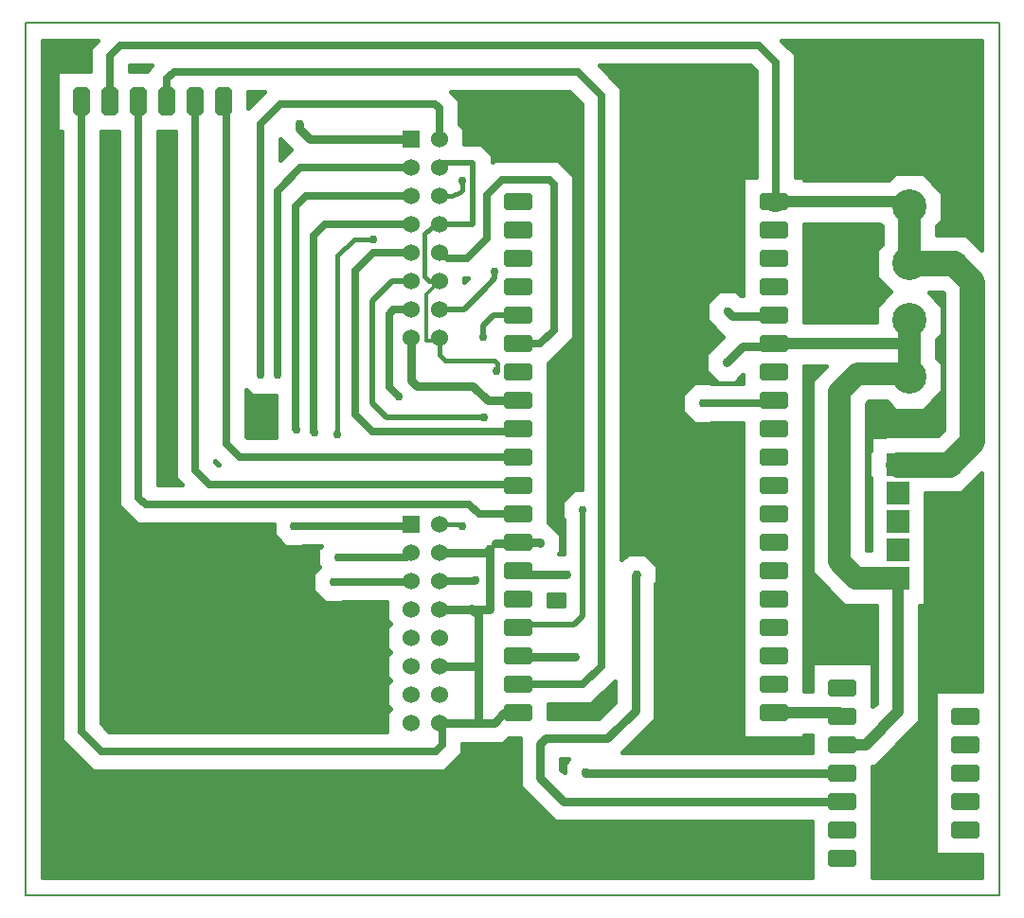
<source format=gbr>
G04 PROTEUS GERBER X2 FILE*
%TF.GenerationSoftware,Labcenter,Proteus,8.9-SP0-Build27865*%
%TF.CreationDate,2020-11-24T08:56:55+00:00*%
%TF.FileFunction,Copper,L2,Bot*%
%TF.FilePolarity,Positive*%
%TF.Part,Single*%
%TF.SameCoordinates,{ee39a552-392a-4f40-a773-eadb6806b216}*%
%FSLAX45Y45*%
%MOMM*%
G01*
%TA.AperFunction,Conductor*%
%ADD10C,0.381000*%
%ADD11C,0.762000*%
%ADD13C,0.635000*%
%ADD22C,2.032000*%
%ADD23C,1.016000*%
%ADD24C,1.778000*%
%ADD12C,0.508000*%
%ADD25C,2.286000*%
%ADD26C,0.304800*%
%TA.AperFunction,ViaPad*%
%ADD14C,0.762000*%
%TA.AperFunction,WasherPad*%
%ADD16R,1.524000X1.524000*%
%ADD17C,1.524000*%
%AMPPAD008*
4,1,36,
-0.965200,0.762000,
0.965200,0.762000,
1.027520,0.755940,
1.085160,0.738490,
1.136980,0.710770,
1.181890,0.673890,
1.218760,0.628980,
1.246480,0.577160,
1.263930,0.519520,
1.270000,0.457200,
1.270000,-0.457200,
1.263930,-0.519520,
1.246480,-0.577160,
1.218760,-0.628980,
1.181890,-0.673890,
1.136980,-0.710770,
1.085160,-0.738490,
1.027520,-0.755940,
0.965200,-0.762000,
-0.965200,-0.762000,
-1.027520,-0.755940,
-1.085160,-0.738490,
-1.136980,-0.710770,
-1.181890,-0.673890,
-1.218760,-0.628980,
-1.246480,-0.577160,
-1.263930,-0.519520,
-1.270000,-0.457200,
-1.270000,0.457200,
-1.263930,0.519520,
-1.246480,0.577160,
-1.218760,0.628980,
-1.181890,0.673890,
-1.136980,0.710770,
-1.085160,0.738490,
-1.027520,0.755940,
-0.965200,0.762000,
0*%
%TA.AperFunction,ComponentPad*%
%ADD18PPAD008*%
%AMDIL009*
4,1,8,
-0.762000,0.965200,-0.457200,1.270000,0.457200,1.270000,0.762000,0.965200,0.762000,-0.965200,
0.457200,-1.270000,-0.457200,-1.270000,-0.762000,-0.965200,-0.762000,0.965200,
0*%
%TA.AperFunction,ComponentPad*%
%ADD19DIL009*%
%TA.AperFunction,ComponentPad*%
%ADD70R,2.032000X2.032000*%
%TA.AperFunction,ComponentPad*%
%ADD71C,3.048000*%
%TA.AperFunction,Profile*%
%ADD20C,0.203200*%
%TD.AperFunction*%
G36*
X-756210Y-575602D02*
X-892161Y-439651D01*
X-1152351Y-439651D01*
X-1152351Y-366422D01*
X-1101551Y-315622D01*
X-1101551Y-68378D01*
X-1276378Y+106449D01*
X-1523622Y+106449D01*
X-1583222Y+46849D01*
X-2340951Y+46849D01*
X-2340951Y+72249D01*
X-2419892Y+72249D01*
X-2419892Y+1171335D01*
X-2542347Y+1293790D01*
X-756210Y+1293790D01*
X-756210Y-575602D01*
G37*
G36*
X-756210Y-4527751D02*
X-1173049Y-4527751D01*
X-1173049Y-5988249D01*
X-756210Y-5988249D01*
X-756210Y-6193790D01*
X-1726951Y-6193790D01*
X-1726951Y-5200849D01*
X-1708324Y-5200849D01*
X-1303151Y-4795676D01*
X-1303151Y-3759649D01*
X-1252351Y-3759649D01*
X-1252351Y-2756349D01*
X-933773Y-2756349D01*
X-756210Y-2578786D01*
X-756210Y-4527751D01*
G37*
G36*
X-8671722Y+1279722D02*
X-8723799Y+1227645D01*
X-8723799Y+1023049D01*
X-9022249Y+1023049D01*
X-9022249Y+476951D01*
X-8977799Y+476951D01*
X-8977799Y-4961146D01*
X-8698965Y-5239980D01*
X-5557441Y-5239980D01*
X-5397667Y-5080206D01*
X-5397667Y-4996149D01*
X-5035723Y-4996149D01*
X-4983823Y-4944249D01*
X-4884149Y-4944249D01*
X-4884149Y-5376277D01*
X-4564277Y-5696149D01*
X-2273049Y-5696149D01*
X-2273049Y-6193790D01*
X-9143790Y-6193790D01*
X-9143790Y+1293790D01*
X-8657654Y+1293790D01*
X-8671722Y+1279722D01*
G37*
G36*
X-8215799Y+1026145D02*
X-8215799Y+1023049D01*
X-8368201Y+1023049D01*
X-8368201Y+1072201D01*
X-8169743Y+1072201D01*
X-8215799Y+1026145D01*
G37*
G36*
X-7307751Y+693693D02*
X-7307751Y+838201D01*
X-7163243Y+838201D01*
X-7307751Y+693693D01*
G37*
G36*
X-6980213Y+372923D02*
X-6928750Y+321460D01*
X-7022201Y+228008D01*
X-7022201Y+414911D01*
X-6980213Y+372923D01*
G37*
G36*
X-5377751Y-863615D02*
X-5377751Y-829573D01*
X-5343709Y-829573D01*
X-5377751Y-863615D01*
G37*
G36*
X-2775490Y+1024045D02*
X-2775490Y+72249D01*
X-2887049Y+72249D01*
X-2887049Y-988641D01*
X-2909007Y-988641D01*
X-2952909Y-944739D01*
X-3105463Y-944739D01*
X-3213335Y-1052611D01*
X-3213335Y-1205165D01*
X-3064226Y-1354274D01*
X-3111734Y-1401783D01*
X-3219606Y-1509655D01*
X-3219606Y-1662209D01*
X-3111734Y-1770081D01*
X-2959180Y-1770081D01*
X-2887049Y-1697950D01*
X-2887049Y-1772201D01*
X-3167373Y-1772201D01*
X-3173723Y-1765851D01*
X-3326277Y-1765851D01*
X-3434149Y-1873723D01*
X-3434149Y-2026277D01*
X-3326277Y-2134149D01*
X-3173723Y-2134149D01*
X-3167373Y-2127799D01*
X-2887049Y-2127799D01*
X-2887049Y-4944249D01*
X-2340951Y-4944249D01*
X-2340951Y-4918849D01*
X-2273049Y-4918849D01*
X-2273049Y-5073851D01*
X-3963425Y-5073851D01*
X-3665851Y-4776277D01*
X-3665851Y-3565246D01*
X-3656203Y-3555598D01*
X-3656203Y-3403044D01*
X-3764075Y-3295172D01*
X-3916629Y-3295172D01*
X-3972201Y-3350744D01*
X-3972201Y+873645D01*
X-4170757Y+1072201D01*
X-2823646Y+1072201D01*
X-2775490Y+1024045D01*
G37*
G36*
X-1647649Y-366422D02*
X-1647649Y-525578D01*
X-1698449Y-576378D01*
X-1698449Y-823622D01*
X-1568071Y-954000D01*
X-1698449Y-1084378D01*
X-1698449Y-1223151D01*
X-2340951Y-1223151D01*
X-2340951Y-346849D01*
X-1667222Y-346849D01*
X-1647649Y-366422D01*
G37*
G36*
X-1098424Y-969764D02*
X-1098424Y-2184624D01*
X-1149451Y-2235651D01*
X-1607840Y-2235651D01*
X-1620540Y-2248351D01*
X-1747649Y-2248351D01*
X-1747649Y-2375460D01*
X-1760349Y-2388160D01*
X-1760349Y-2603840D01*
X-1747649Y-2616540D01*
X-1747649Y-3264351D01*
X-1777998Y-3264351D01*
X-1778955Y-3263394D01*
X-1778955Y-1954137D01*
X-1761082Y-1936264D01*
X-1601807Y-1936264D01*
X-1523622Y-2014449D01*
X-1276378Y-2014449D01*
X-1101551Y-1839622D01*
X-1101551Y-1592378D01*
X-1152351Y-1541578D01*
X-1152351Y-1382422D01*
X-1101551Y-1331622D01*
X-1101551Y-1084378D01*
X-1225580Y-960349D01*
X-1107839Y-960349D01*
X-1098424Y-969764D01*
G37*
G36*
X-7276277Y-1884149D02*
X-7063330Y-1884149D01*
X-7063330Y-2112434D01*
X-7063409Y-2112513D01*
X-7063409Y-2258201D01*
X-7315197Y-2258201D01*
X-7330531Y-2242867D01*
X-7330531Y-1829895D01*
X-7276277Y-1884149D01*
G37*
G36*
X-7574716Y-2501570D02*
X-7579828Y-2501570D01*
X-7606201Y-2475197D01*
X-7606201Y-2470085D01*
X-7574716Y-2501570D01*
G37*
G36*
X-7961799Y-2548842D02*
X-7961799Y-2622487D01*
X-7904585Y-2679701D01*
X-8114201Y-2679701D01*
X-8114201Y+476951D01*
X-7961799Y+476951D01*
X-7961799Y-2548842D01*
G37*
G36*
X-4327799Y+726355D02*
X-4327799Y-2720078D01*
X-4395874Y-2720078D01*
X-4503746Y-2827950D01*
X-4503746Y-2980504D01*
X-4491046Y-2993204D01*
X-4491046Y-3295172D01*
X-4534746Y-3295172D01*
X-4515851Y-3276277D01*
X-4515851Y-3123723D01*
X-4625723Y-3013851D01*
X-4626951Y-3013851D01*
X-4626951Y-1593969D01*
X-4400590Y-1367608D01*
X-4400590Y+83229D01*
X-4543084Y+225723D01*
X-5112109Y+225723D01*
X-5128551Y+209281D01*
X-5128551Y+271015D01*
X-5228985Y+371449D01*
X-5377751Y+371449D01*
X-5377751Y+504059D01*
X-5422201Y+548509D01*
X-5422201Y+762979D01*
X-5497423Y+838201D01*
X-4439645Y+838201D01*
X-4327799Y+726355D01*
G37*
G36*
X-4491046Y-3758363D02*
X-4626951Y-3758363D01*
X-4626951Y-3663470D01*
X-4491046Y-3663470D01*
X-4491046Y-3758363D01*
G37*
G36*
X-2201718Y-1676444D02*
X-2274253Y-1748979D01*
X-2274253Y-3468552D01*
X-1983156Y-3759649D01*
X-1696849Y-3759649D01*
X-1696849Y-4632602D01*
X-1726951Y-4662704D01*
X-1726951Y-4273751D01*
X-2273049Y-4273751D01*
X-2273049Y-4525151D01*
X-2340951Y-4525151D01*
X-2340951Y-1616849D01*
X-2142123Y-1616849D01*
X-2201718Y-1676444D01*
G37*
G36*
X-4034149Y-4623723D02*
X-4176277Y-4765851D01*
X-4626951Y-4765851D01*
X-4626951Y-4645799D01*
X-4244355Y-4645799D01*
X-4034149Y-4435593D01*
X-4034149Y-4623723D01*
G37*
G36*
X-8469799Y-2794000D02*
X-8469799Y-2867645D01*
X-8302145Y-3035299D01*
X-7084149Y-3035299D01*
X-7084149Y-3126277D01*
X-6976277Y-3234149D01*
X-6823723Y-3234149D01*
X-6817373Y-3227799D01*
X-6661657Y-3227799D01*
X-6687803Y-3253945D01*
X-6687803Y-3406499D01*
X-6677364Y-3416938D01*
X-6734149Y-3473723D01*
X-6734149Y-3626277D01*
X-6626277Y-3734149D01*
X-6473723Y-3734149D01*
X-6467373Y-3727799D01*
X-6076249Y-3727799D01*
X-6076249Y-3888059D01*
X-6041308Y-3923000D01*
X-6076249Y-3957941D01*
X-6076249Y-4142059D01*
X-6041308Y-4177000D01*
X-6076249Y-4211941D01*
X-6076249Y-4396059D01*
X-6041308Y-4431000D01*
X-6076249Y-4465941D01*
X-6076249Y-4650059D01*
X-6041308Y-4685000D01*
X-6076249Y-4719941D01*
X-6076249Y-4884382D01*
X-8551675Y-4884382D01*
X-8622201Y-4813856D01*
X-8622201Y+476951D01*
X-8469799Y+476951D01*
X-8469799Y-2794000D01*
G37*
G36*
X-4484149Y-5173723D02*
X-4484149Y-5255425D01*
X-4515851Y-5223723D01*
X-4515851Y-5134149D01*
X-4444575Y-5134149D01*
X-4484149Y-5173723D01*
G37*
D10*
X-5854000Y-604000D02*
X-5853999Y-604000D01*
D11*
X-5250000Y-4812000D02*
X-5112000Y-4812000D01*
X-5022000Y-4722000D01*
X-4900000Y-4722000D01*
D13*
X-5600000Y-4812000D02*
X-5584736Y-4867510D01*
X-5575466Y-4876780D01*
X-5575466Y-5006561D01*
X-5631086Y-5062181D01*
X-8625320Y-5062181D01*
X-8800000Y-4887501D01*
X-8800000Y+750000D01*
D22*
X-1400000Y-1419281D02*
X-1400000Y-1208000D01*
X-1400000Y-1716000D02*
X-1400000Y-1419281D01*
D23*
X-2614000Y-1420000D02*
X-1400719Y-1420000D01*
X-1400000Y-1419281D01*
D11*
X-5600000Y-3288000D02*
X-5272116Y-3288000D01*
X-5600000Y-4812000D02*
X-5250000Y-4812000D01*
X-5250000Y-4300000D02*
X-5254000Y-4304000D01*
X-5600000Y-4304000D01*
X-5250000Y-4812000D02*
X-5250000Y-4300000D01*
D13*
X-8292000Y+750000D02*
X-8292000Y-2794000D01*
X-8228500Y-2857500D01*
X-5334000Y-2857500D01*
X-5247500Y-2944000D01*
X-4900000Y-2944000D01*
D10*
X-5853999Y-1366000D02*
X-5854000Y-1366000D01*
X-5854000Y-96000D02*
X-5854000Y-96001D01*
D13*
X-4900000Y-2690000D02*
X-4910631Y-2679369D01*
X-7653473Y-2679369D01*
X-7784000Y-2548842D01*
X-7784000Y+750000D01*
X-4900000Y-2436000D02*
X-7388842Y-2436000D01*
X-7508330Y-2316512D01*
X-7508330Y+728330D01*
X-7530000Y+750000D01*
X-2597691Y-150000D02*
X-2597691Y+1097690D01*
X-2750001Y+1250000D01*
X-8450000Y+1250000D01*
X-8546000Y+1154000D01*
X-8546000Y+750000D01*
D23*
X-1400000Y-192000D02*
X-1442000Y-150000D01*
X-2597691Y-150000D01*
D24*
X-2614000Y-150000D02*
X-2597691Y-150000D01*
D10*
X-2614000Y-150000D02*
X-2600000Y-200000D01*
X-2597691Y-197691D01*
X-2597691Y-150000D01*
D22*
X-1400000Y-192000D02*
X-1400000Y-700000D01*
D11*
X-5854000Y+412000D02*
X-6758864Y+412000D01*
X-6850000Y+503136D01*
X-6850000Y+550000D01*
X-3029186Y-1128888D02*
X-2985284Y-1172790D01*
X-2741000Y-1172790D01*
X-2614000Y-1166000D01*
X-5300000Y-3800000D02*
X-5250000Y-3850000D01*
X-5250000Y-4300000D01*
X-5600000Y-3796000D02*
X-5588305Y-3796000D01*
X-5346000Y-3796000D01*
X-5188000Y-3288000D02*
X-5150000Y-3250000D01*
X-4900000Y-3198000D02*
X-4902000Y-3200000D01*
X-5100000Y-3200000D01*
X-5188000Y-3288000D02*
X-5272116Y-3288000D01*
X-5346000Y-3796000D02*
X-5327390Y-3796000D01*
D10*
X-5304000Y-3796000D01*
D11*
X-5315695Y-3784305D02*
X-5304000Y-3796000D01*
X-5300000Y-3800000D01*
X-5327390Y-3796000D02*
X-5315695Y-3784305D01*
X-5304000Y-3796000D02*
X-5150000Y-3796000D01*
X-5150000Y-3250000D01*
D13*
X-6503654Y-3330222D02*
X-5896222Y-3330222D01*
X-5854000Y-3288000D01*
X-5854000Y-604000D02*
X-6191999Y-604000D01*
X-6350000Y-762001D01*
X-6350000Y-2050000D01*
X-6200000Y-2200000D01*
X-5027000Y-2200000D01*
X-4900000Y-2182000D01*
D12*
X-5854000Y-858000D02*
X-6025802Y-858000D01*
X-6200000Y-1032198D01*
X-6200000Y-1950000D01*
X-6074099Y-2075901D01*
X-5205431Y-2075901D01*
X-5211703Y-1354666D02*
X-5211703Y-1254320D01*
X-5117629Y-1160246D01*
X-4905754Y-1160246D01*
X-4900000Y-1166000D01*
D11*
X-5854000Y-1366000D02*
X-5854000Y-1750000D01*
X-5800199Y-1800000D01*
X-5300000Y-1800000D01*
X-5172000Y-1928000D01*
X-4900000Y-1928000D01*
D10*
X-5600000Y-858000D02*
X-5692000Y-858000D01*
X-5732246Y-817754D01*
X-5732246Y-438229D01*
X-5676200Y-382183D01*
X-5600000Y-350000D01*
X-5600000Y-1366000D02*
X-5600000Y-1517486D01*
X-5550369Y-1567117D01*
X-5111356Y-1567117D01*
X-5086270Y-1592203D01*
X-5086270Y-1656989D01*
X-5090472Y-1661191D01*
X-5150000Y-3250000D02*
X-5100000Y-3200000D01*
X-5098000Y-3198000D01*
X-4900000Y-3198000D01*
D11*
X-4702000Y-3198000D01*
X-4700000Y-3200000D01*
X-3035457Y-1585932D02*
X-2891210Y-1441685D01*
X-2741000Y-1441685D01*
X-2614000Y-1420000D01*
D13*
X-4900000Y-4468000D02*
X-4318000Y-4468000D01*
X-4150000Y-4300000D01*
X-4150000Y+800000D01*
X-4366000Y+1016000D01*
X-7974500Y+1016000D01*
X-8038000Y+952500D01*
X-8038000Y+750000D01*
X-5600000Y+412000D02*
X-5600000Y+689334D01*
X-5638172Y+727506D01*
X-7022494Y+727506D01*
X-7200000Y+550000D01*
X-7200000Y-1700000D01*
X-6550000Y-3550000D02*
X-5862000Y-3550000D01*
X-5854000Y-3542000D01*
X-5600000Y-3542000D02*
X-5285506Y-3542000D01*
X-5280691Y-3537185D01*
X-7050000Y-1700000D02*
X-7050000Y-51235D01*
X-6840765Y+158000D01*
X-5854000Y+158000D01*
X-5854000Y-96000D02*
X-6793383Y-96000D01*
X-6885531Y-188148D01*
X-6885531Y-2182519D01*
X-6879260Y-2188790D01*
X-5854000Y-350000D02*
X-6620917Y-350000D01*
X-6722472Y-451555D01*
X-6722472Y-2207608D01*
X-6716200Y-2213880D01*
X-6900000Y-3050000D02*
X-5870000Y-3050000D01*
X-5854000Y-3034000D01*
D10*
X-5600000Y-3034000D02*
X-5416000Y-3034000D01*
X-5400000Y-3050000D01*
X-6509925Y-2231123D02*
X-6509925Y-625593D01*
X-6365678Y-481346D01*
X-6196345Y-481346D01*
X-5400000Y+39197D02*
X-5400000Y-43525D01*
X-5416141Y-59666D01*
X-5492341Y-96000D01*
X-5600000Y-96000D01*
D13*
X-5854000Y-1112000D02*
X-6012000Y-1112000D01*
X-6050000Y-1150000D01*
X-6050000Y-1802049D01*
X-5964296Y-1887753D01*
X-3250000Y-1950000D02*
X-2741000Y-1950000D01*
X-2614000Y-1928000D01*
D12*
X-5600000Y-350000D02*
X-5300000Y-350000D01*
X-5300000Y+200000D01*
X-5600000Y+200000D01*
X-5600000Y+158000D01*
D25*
X-1500000Y-2496000D02*
X-1041612Y-2496000D01*
X-838076Y-2292464D01*
X-838076Y-861924D01*
X-1000000Y-700000D01*
X-1400000Y-700000D01*
D22*
X-1500000Y-3512000D02*
X-1880577Y-3512000D01*
X-2026604Y-3365973D01*
X-2026604Y-1851558D01*
X-1863661Y-1688615D01*
X-1427385Y-1688615D01*
X-1400000Y-1716000D01*
D23*
X-2614000Y-4722000D02*
X-2028000Y-4722000D01*
X-2000000Y-4750000D01*
X-2000000Y-5004000D02*
X-1789861Y-5004000D01*
X-1500000Y-4714139D01*
X-1500000Y-3512000D01*
D11*
X-2000000Y-5258000D02*
X-4292000Y-5258000D01*
X-4300000Y-5250000D01*
X-4386691Y-4217359D02*
X-4896641Y-4217359D01*
X-4900000Y-4214000D01*
X-2000000Y-5512000D02*
X-4488000Y-5512000D01*
X-4700000Y-5300000D01*
X-4700000Y-5000000D01*
X-4650000Y-4950000D01*
X-4100000Y-4950000D01*
X-3850000Y-4700000D01*
X-3850000Y-3488969D01*
X-3840352Y-3479321D01*
X-4463370Y-3479321D02*
X-4820679Y-3479321D01*
X-4850000Y-3450000D01*
X-4900000Y-3452000D01*
D13*
X-4900000Y-1420000D02*
X-4704426Y-1420000D01*
X-4578389Y-1293963D01*
X-4578389Y+9584D01*
X-4616729Y+47924D01*
X-5038464Y+47924D01*
X-5172653Y-86265D01*
X-5172653Y-472653D01*
X-5351774Y-651774D01*
X-5523800Y-651774D01*
X-5600000Y-604000D01*
D12*
X-5600000Y-1112000D02*
X-5383672Y-1112000D01*
X-5210993Y-939321D01*
X-5105559Y-833887D01*
X-5105559Y-776378D01*
X-4319597Y-2904227D02*
X-4319597Y-3853133D01*
X-4396276Y-3929812D01*
X-4869812Y-3929812D01*
X-4900000Y-3960000D01*
D26*
X-5600000Y-858000D02*
X-5720572Y-978572D01*
X-5720572Y-1388233D01*
X-5718993Y-1389812D01*
X-5623812Y-1389812D01*
X-5600000Y-1366000D01*
D14*
X-6850000Y+550000D03*
X-3029186Y-1128888D03*
X-6879260Y-2188790D03*
X-6900000Y-3050000D03*
X-6716200Y-2213880D03*
X-6503654Y-3330222D03*
X-5205431Y-2075901D03*
X-5211703Y-1354666D03*
X-5090472Y-1661191D03*
X-5150000Y-3250000D03*
X-4700000Y-3200000D03*
X-3035457Y-1585932D03*
X-7200000Y-1700000D03*
X-6550000Y-3550000D03*
X-5280691Y-3537185D03*
X-7050000Y-1700000D03*
X-5400000Y-3050000D03*
X-6509925Y-2231123D03*
X-6196345Y-481346D03*
X-5400000Y+39197D03*
X-5964296Y-1887753D03*
X-3250000Y-1950000D03*
X-4300000Y-5250000D03*
X-4386691Y-4217359D03*
X-3840352Y-3479321D03*
X-4463370Y-3479321D03*
X-5105559Y-776378D03*
X-4319597Y-2904227D03*
D10*
X-756210Y-575602D02*
X-892161Y-439651D01*
X-1152351Y-439651D01*
X-1152351Y-366422D01*
X-1101551Y-315622D01*
X-1101551Y-68378D01*
X-1276378Y+106449D01*
X-1523622Y+106449D01*
X-1583222Y+46849D01*
X-2340951Y+46849D01*
X-2340951Y+72249D01*
X-2419892Y+72249D01*
X-2419892Y+1171335D01*
X-2542347Y+1293790D01*
X-756210Y+1293790D01*
X-756210Y-575602D01*
X-756210Y-4527751D02*
X-1173049Y-4527751D01*
X-1173049Y-5988249D01*
X-756210Y-5988249D01*
X-756210Y-6193790D01*
X-1726951Y-6193790D01*
X-1726951Y-5200849D01*
X-1708324Y-5200849D01*
X-1303151Y-4795676D01*
X-1303151Y-3759649D01*
X-1252351Y-3759649D01*
X-1252351Y-2756349D01*
X-933773Y-2756349D01*
X-756210Y-2578786D01*
X-756210Y-4527751D01*
X-8671722Y+1279722D02*
X-8723799Y+1227645D01*
X-8723799Y+1023049D01*
X-9022249Y+1023049D01*
X-9022249Y+476951D01*
X-8977799Y+476951D01*
X-8977799Y-4961146D01*
X-8698965Y-5239980D01*
X-5557441Y-5239980D01*
X-5397667Y-5080206D01*
X-5397667Y-4996149D01*
X-5035723Y-4996149D01*
X-4983823Y-4944249D01*
X-4884149Y-4944249D01*
X-4884149Y-5376277D01*
X-4564277Y-5696149D01*
X-2273049Y-5696149D01*
X-2273049Y-6193790D01*
X-9143790Y-6193790D01*
X-9143790Y+1293790D01*
X-8657654Y+1293790D01*
X-8671722Y+1279722D01*
X-8215799Y+1026145D02*
X-8215799Y+1023049D01*
X-8368201Y+1023049D01*
X-8368201Y+1072201D01*
X-8169743Y+1072201D01*
X-8215799Y+1026145D01*
X-7307751Y+693693D02*
X-7307751Y+838201D01*
X-7163243Y+838201D01*
X-7307751Y+693693D01*
X-6980213Y+372923D02*
X-6928750Y+321460D01*
X-7022201Y+228008D01*
X-7022201Y+414911D01*
X-6980213Y+372923D01*
X-5377751Y-863615D02*
X-5377751Y-829573D01*
X-5343709Y-829573D01*
X-5377751Y-863615D01*
X-2775490Y+1024045D02*
X-2775490Y+72249D01*
X-2887049Y+72249D01*
X-2887049Y-988641D01*
X-2909007Y-988641D01*
X-2952909Y-944739D01*
X-3105463Y-944739D01*
X-3213335Y-1052611D01*
X-3213335Y-1205165D01*
X-3064226Y-1354274D01*
X-3111734Y-1401783D01*
X-3219606Y-1509655D01*
X-3219606Y-1662209D01*
X-3111734Y-1770081D01*
X-2959180Y-1770081D01*
X-2887049Y-1697950D01*
X-2887049Y-1772201D01*
X-3167373Y-1772201D01*
X-3173723Y-1765851D01*
X-3326277Y-1765851D01*
X-3434149Y-1873723D01*
X-3434149Y-2026277D01*
X-3326277Y-2134149D01*
X-3173723Y-2134149D01*
X-3167373Y-2127799D01*
X-2887049Y-2127799D01*
X-2887049Y-4944249D01*
X-2340951Y-4944249D01*
X-2340951Y-4918849D01*
X-2273049Y-4918849D01*
X-2273049Y-5073851D01*
X-3963425Y-5073851D01*
X-3665851Y-4776277D01*
X-3665851Y-3565246D01*
X-3656203Y-3555598D01*
X-3656203Y-3403044D01*
X-3764075Y-3295172D01*
X-3916629Y-3295172D01*
X-3972201Y-3350744D01*
X-3972201Y+873645D01*
X-4170757Y+1072201D01*
X-2823646Y+1072201D01*
X-2775490Y+1024045D01*
X-1647649Y-366422D02*
X-1647649Y-525578D01*
X-1698449Y-576378D01*
X-1698449Y-823622D01*
X-1568071Y-954000D01*
X-1698449Y-1084378D01*
X-1698449Y-1223151D01*
X-2340951Y-1223151D01*
X-2340951Y-346849D01*
X-1667222Y-346849D01*
X-1647649Y-366422D01*
X-1098424Y-969764D02*
X-1098424Y-2184624D01*
X-1149451Y-2235651D01*
X-1607840Y-2235651D01*
X-1620540Y-2248351D01*
X-1747649Y-2248351D01*
X-1747649Y-2375460D01*
X-1760349Y-2388160D01*
X-1760349Y-2603840D01*
X-1747649Y-2616540D01*
X-1747649Y-3264351D01*
X-1777998Y-3264351D01*
X-1778955Y-3263394D01*
X-1778955Y-1954137D01*
X-1761082Y-1936264D01*
X-1601807Y-1936264D01*
X-1523622Y-2014449D01*
X-1276378Y-2014449D01*
X-1101551Y-1839622D01*
X-1101551Y-1592378D01*
X-1152351Y-1541578D01*
X-1152351Y-1382422D01*
X-1101551Y-1331622D01*
X-1101551Y-1084378D01*
X-1225580Y-960349D01*
X-1107839Y-960349D01*
X-1098424Y-969764D01*
X-7276277Y-1884149D02*
X-7063330Y-1884149D01*
X-7063330Y-2112434D01*
X-7063409Y-2112513D01*
X-7063409Y-2258201D01*
X-7315197Y-2258201D01*
X-7330531Y-2242867D01*
X-7330531Y-1829895D01*
X-7276277Y-1884149D01*
X-7574716Y-2501570D02*
X-7579828Y-2501570D01*
X-7606201Y-2475197D01*
X-7606201Y-2470085D01*
X-7574716Y-2501570D01*
X-7961799Y-2548842D02*
X-7961799Y-2622487D01*
X-7904585Y-2679701D01*
X-8114201Y-2679701D01*
X-8114201Y+476951D01*
X-7961799Y+476951D01*
X-7961799Y-2548842D01*
X-4327799Y+726355D02*
X-4327799Y-2720078D01*
X-4395874Y-2720078D01*
X-4503746Y-2827950D01*
X-4503746Y-2980504D01*
X-4491046Y-2993204D01*
X-4491046Y-3295172D01*
X-4534746Y-3295172D01*
X-4515851Y-3276277D01*
X-4515851Y-3123723D01*
X-4625723Y-3013851D01*
X-4626951Y-3013851D01*
X-4626951Y-1593969D01*
X-4400590Y-1367608D01*
X-4400590Y+83229D01*
X-4543084Y+225723D01*
X-5112109Y+225723D01*
X-5128551Y+209281D01*
X-5128551Y+271015D01*
X-5228985Y+371449D01*
X-5377751Y+371449D01*
X-5377751Y+504059D01*
X-5422201Y+548509D01*
X-5422201Y+762979D01*
X-5497423Y+838201D01*
X-4439645Y+838201D01*
X-4327799Y+726355D01*
X-4491046Y-3758363D02*
X-4626951Y-3758363D01*
X-4626951Y-3663470D01*
X-4491046Y-3663470D01*
X-4491046Y-3758363D01*
X-2201718Y-1676444D02*
X-2274253Y-1748979D01*
X-2274253Y-3468552D01*
X-1983156Y-3759649D01*
X-1696849Y-3759649D01*
X-1696849Y-4632602D01*
X-1726951Y-4662704D01*
X-1726951Y-4273751D01*
X-2273049Y-4273751D01*
X-2273049Y-4525151D01*
X-2340951Y-4525151D01*
X-2340951Y-1616849D01*
X-2142123Y-1616849D01*
X-2201718Y-1676444D01*
X-4034149Y-4623723D02*
X-4176277Y-4765851D01*
X-4626951Y-4765851D01*
X-4626951Y-4645799D01*
X-4244355Y-4645799D01*
X-4034149Y-4435593D01*
X-4034149Y-4623723D01*
X-8469799Y-2794000D02*
X-8469799Y-2867645D01*
X-8302145Y-3035299D01*
X-7084149Y-3035299D01*
X-7084149Y-3126277D01*
X-6976277Y-3234149D01*
X-6823723Y-3234149D01*
X-6817373Y-3227799D01*
X-6661657Y-3227799D01*
X-6687803Y-3253945D01*
X-6687803Y-3406499D01*
X-6677364Y-3416938D01*
X-6734149Y-3473723D01*
X-6734149Y-3626277D01*
X-6626277Y-3734149D01*
X-6473723Y-3734149D01*
X-6467373Y-3727799D01*
X-6076249Y-3727799D01*
X-6076249Y-3888059D01*
X-6041308Y-3923000D01*
X-6076249Y-3957941D01*
X-6076249Y-4142059D01*
X-6041308Y-4177000D01*
X-6076249Y-4211941D01*
X-6076249Y-4396059D01*
X-6041308Y-4431000D01*
X-6076249Y-4465941D01*
X-6076249Y-4650059D01*
X-6041308Y-4685000D01*
X-6076249Y-4719941D01*
X-6076249Y-4884382D01*
X-8551675Y-4884382D01*
X-8622201Y-4813856D01*
X-8622201Y+476951D01*
X-8469799Y+476951D01*
X-8469799Y-2794000D01*
X-4484149Y-5173723D02*
X-4484149Y-5255425D01*
X-4515851Y-5223723D01*
X-4515851Y-5134149D01*
X-4444575Y-5134149D01*
X-4484149Y-5173723D01*
D16*
X-5854000Y+412000D03*
D17*
X-5600000Y+412000D03*
X-5854000Y+158000D03*
X-5600000Y+158000D03*
X-5854000Y-96000D03*
X-5600000Y-96000D03*
X-5854000Y-350000D03*
X-5600000Y-350000D03*
X-5854000Y-604000D03*
X-5600000Y-604000D03*
X-5854000Y-858000D03*
X-5600000Y-858000D03*
X-5854000Y-1112000D03*
X-5600000Y-1112000D03*
X-5854000Y-1366000D03*
X-5600000Y-1366000D03*
D18*
X-4900000Y-150000D03*
X-4900000Y-404000D03*
X-4900000Y-658000D03*
X-4900000Y-912000D03*
X-4900000Y-1166000D03*
X-4900000Y-1420000D03*
X-4900000Y-1674000D03*
X-4900000Y-1928000D03*
X-4900000Y-2182000D03*
X-4900000Y-2436000D03*
X-4900000Y-2690000D03*
X-4900000Y-2944000D03*
X-4900000Y-3198000D03*
X-4900000Y-3452000D03*
X-4900000Y-3706000D03*
X-4900000Y-3960000D03*
X-4900000Y-4214000D03*
X-4900000Y-4468000D03*
X-4900000Y-4722000D03*
X-2614000Y-150000D03*
X-2614000Y-404000D03*
X-2614000Y-658000D03*
X-2614000Y-912000D03*
X-2614000Y-1166000D03*
X-2614000Y-1420000D03*
X-2614000Y-1674000D03*
X-2614000Y-1928000D03*
X-2614000Y-2182000D03*
X-2614000Y-2436000D03*
X-2614000Y-2690000D03*
X-2614000Y-2944000D03*
X-2614000Y-3198000D03*
X-2614000Y-3452000D03*
X-2614000Y-3706000D03*
X-2614000Y-3960000D03*
X-2614000Y-4214000D03*
X-2614000Y-4468000D03*
X-2614000Y-4722000D03*
D16*
X-5854000Y-3034000D03*
D17*
X-5600000Y-3034000D03*
X-5854000Y-3288000D03*
X-5600000Y-3288000D03*
X-5854000Y-3542000D03*
X-5600000Y-3542000D03*
X-5854000Y-3796000D03*
X-5600000Y-3796000D03*
X-5854000Y-4050000D03*
X-5600000Y-4050000D03*
X-5854000Y-4304000D03*
X-5600000Y-4304000D03*
X-5854000Y-4558000D03*
X-5600000Y-4558000D03*
X-5854000Y-4812000D03*
X-5600000Y-4812000D03*
D19*
X-8800000Y+750000D03*
X-8546000Y+750000D03*
X-8292000Y+750000D03*
X-8038000Y+750000D03*
X-7784000Y+750000D03*
X-7530000Y+750000D03*
D70*
X-1500000Y-2496000D03*
X-1500000Y-2750000D03*
X-1500000Y-3004000D03*
X-1500000Y-3258000D03*
X-1500000Y-3512000D03*
D71*
X-1400000Y-192000D03*
X-1400000Y-700000D03*
X-1400000Y-1208000D03*
X-1400000Y-1716000D03*
D18*
X-2000000Y-4496000D03*
X-2000000Y-4750000D03*
X-2000000Y-5004000D03*
X-2000000Y-5258000D03*
X-2000000Y-5512000D03*
X-2000000Y-5766000D03*
X-2000000Y-6020000D03*
X-900000Y-4750000D03*
X-900000Y-5004000D03*
X-900000Y-5258000D03*
X-900000Y-5512000D03*
X-900000Y-5766000D03*
D20*
X-9300000Y-6350000D02*
X-600000Y-6350000D01*
X-600000Y+1450000D01*
X-9300000Y+1450000D01*
X-9300000Y-6350000D01*
M02*

</source>
